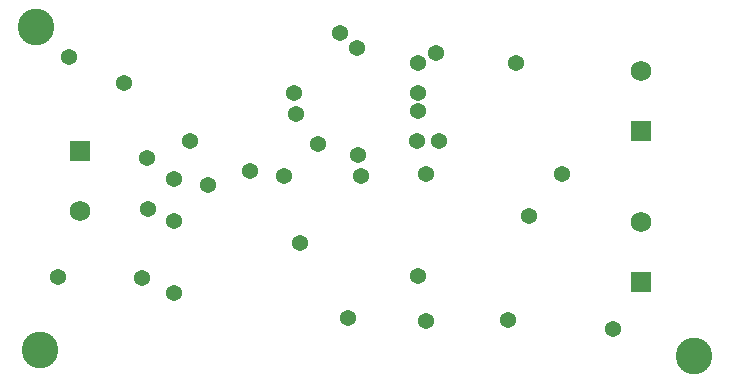
<source format=gbs>
G04*
G04 #@! TF.GenerationSoftware,Altium Limited,Altium Designer,25.4.2 (15)*
G04*
G04 Layer_Color=16711935*
%FSLAX44Y44*%
%MOMM*%
G71*
G04*
G04 #@! TF.SameCoordinates,11C6A8BD-48F9-44D4-97C0-98E840ED0286*
G04*
G04*
G04 #@! TF.FilePolarity,Negative*
G04*
G01*
G75*
%ADD36C,1.7516*%
%ADD37R,1.7516X1.7516*%
%ADD38C,3.1016*%
%ADD39C,1.3716*%
D36*
X890884Y825435D02*
D03*
Y697165D02*
D03*
X415946Y706185D02*
D03*
D37*
X890884Y774635D02*
D03*
Y646365D02*
D03*
X415946Y756985D02*
D03*
D38*
X382270Y589280D02*
D03*
X935990Y584200D02*
D03*
X378460Y862330D02*
D03*
D39*
X717550Y840740D02*
D03*
X702117Y791017D02*
D03*
X468630Y650240D02*
D03*
X397403Y651008D02*
D03*
X867410Y607060D02*
D03*
X406400Y836930D02*
D03*
X453390Y815340D02*
D03*
X708660Y613410D02*
D03*
X495300Y637540D02*
D03*
X596900Y806450D02*
D03*
X784860Y831850D02*
D03*
X702310D02*
D03*
X473710Y708660D02*
D03*
X495300Y734060D02*
D03*
X472440Y751840D02*
D03*
X524510Y728980D02*
D03*
X560070Y740410D02*
D03*
X495300Y698500D02*
D03*
X509270Y765810D02*
D03*
X651510Y754380D02*
D03*
X588741Y736219D02*
D03*
X650240Y844550D02*
D03*
X636270Y857250D02*
D03*
X702063Y806697D02*
D03*
X598618Y788670D02*
D03*
X617220Y763270D02*
D03*
X701040Y765810D02*
D03*
X601980Y679069D02*
D03*
X778510Y614680D02*
D03*
X642620Y615950D02*
D03*
X824230Y737870D02*
D03*
X708660D02*
D03*
X702310Y651510D02*
D03*
X654050Y736600D02*
D03*
X720090Y765810D02*
D03*
X796290Y702310D02*
D03*
M02*

</source>
